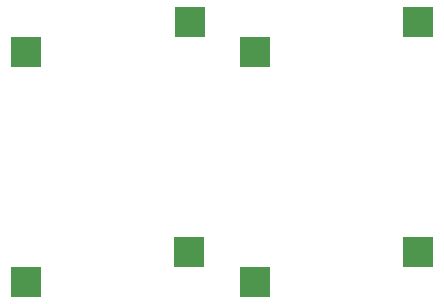
<source format=gbr>
%TF.GenerationSoftware,KiCad,Pcbnew,8.0.8*%
%TF.CreationDate,2025-06-15T23:17:14+08:00*%
%TF.ProjectId,2x2,3278322e-6b69-4636-9164-5f7063625858,rev?*%
%TF.SameCoordinates,Original*%
%TF.FileFunction,Paste,Bot*%
%TF.FilePolarity,Positive*%
%FSLAX46Y46*%
G04 Gerber Fmt 4.6, Leading zero omitted, Abs format (unit mm)*
G04 Created by KiCad (PCBNEW 8.0.8) date 2025-06-15 23:17:14*
%MOMM*%
%LPD*%
G01*
G04 APERTURE LIST*
%ADD10R,2.550000X2.500000*%
G04 APERTURE END LIST*
D10*
%TO.C,SW6*%
X85150000Y-59791600D03*
X99000000Y-57251600D03*
%TD*%
%TO.C,SW5*%
X99025400Y-37795200D03*
X85175400Y-40335200D03*
%TD*%
%TO.C,SW2*%
X104530200Y-59817000D03*
X118380200Y-57277000D03*
%TD*%
%TO.C,SW1*%
X118380200Y-37795200D03*
X104530200Y-40335200D03*
%TD*%
M02*

</source>
